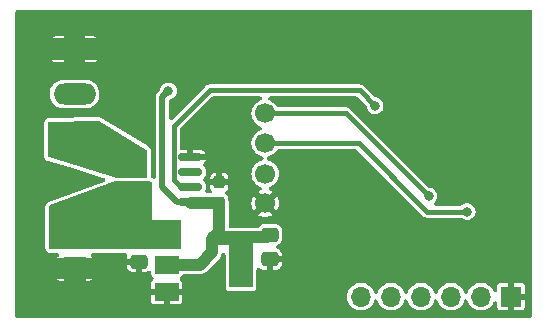
<source format=gbr>
%TF.GenerationSoftware,KiCad,Pcbnew,7.0.10*%
%TF.CreationDate,2024-01-07T15:48:42-05:00*%
%TF.ProjectId,ESP8266_Count,45535038-3236-4365-9f43-6f756e742e6b,v1*%
%TF.SameCoordinates,Original*%
%TF.FileFunction,Copper,L2,Bot*%
%TF.FilePolarity,Positive*%
%FSLAX46Y46*%
G04 Gerber Fmt 4.6, Leading zero omitted, Abs format (unit mm)*
G04 Created by KiCad (PCBNEW 7.0.10) date 2024-01-07 15:48:42*
%MOMM*%
%LPD*%
G01*
G04 APERTURE LIST*
G04 Aperture macros list*
%AMRoundRect*
0 Rectangle with rounded corners*
0 $1 Rounding radius*
0 $2 $3 $4 $5 $6 $7 $8 $9 X,Y pos of 4 corners*
0 Add a 4 corners polygon primitive as box body*
4,1,4,$2,$3,$4,$5,$6,$7,$8,$9,$2,$3,0*
0 Add four circle primitives for the rounded corners*
1,1,$1+$1,$2,$3*
1,1,$1+$1,$4,$5*
1,1,$1+$1,$6,$7*
1,1,$1+$1,$8,$9*
0 Add four rect primitives between the rounded corners*
20,1,$1+$1,$2,$3,$4,$5,0*
20,1,$1+$1,$4,$5,$6,$7,0*
20,1,$1+$1,$6,$7,$8,$9,0*
20,1,$1+$1,$8,$9,$2,$3,0*%
G04 Aperture macros list end*
%TA.AperFunction,ComponentPad*%
%ADD10O,1.700000X1.700000*%
%TD*%
%TA.AperFunction,ComponentPad*%
%ADD11R,1.700000X1.700000*%
%TD*%
%TA.AperFunction,ComponentPad*%
%ADD12RoundRect,0.250000X-1.550000X0.650000X-1.550000X-0.650000X1.550000X-0.650000X1.550000X0.650000X0*%
%TD*%
%TA.AperFunction,ComponentPad*%
%ADD13O,3.600000X1.800000*%
%TD*%
%TA.AperFunction,ComponentPad*%
%ADD14C,1.700000*%
%TD*%
%TA.AperFunction,SMDPad,CuDef*%
%ADD15R,2.000000X1.500000*%
%TD*%
%TA.AperFunction,SMDPad,CuDef*%
%ADD16R,2.000000X3.800000*%
%TD*%
%TA.AperFunction,SMDPad,CuDef*%
%ADD17RoundRect,0.250000X-0.475000X0.337500X-0.475000X-0.337500X0.475000X-0.337500X0.475000X0.337500X0*%
%TD*%
%TA.AperFunction,SMDPad,CuDef*%
%ADD18RoundRect,0.237500X0.237500X-0.300000X0.237500X0.300000X-0.237500X0.300000X-0.237500X-0.300000X0*%
%TD*%
%TA.AperFunction,SMDPad,CuDef*%
%ADD19RoundRect,0.150000X-0.825000X-0.150000X0.825000X-0.150000X0.825000X0.150000X-0.825000X0.150000X0*%
%TD*%
%TA.AperFunction,ViaPad*%
%ADD20C,0.800000*%
%TD*%
%TA.AperFunction,Conductor*%
%ADD21C,0.400000*%
%TD*%
%TA.AperFunction,Conductor*%
%ADD22C,1.000000*%
%TD*%
%TA.AperFunction,Conductor*%
%ADD23C,0.500000*%
%TD*%
G04 APERTURE END LIST*
D10*
%TO.P,J1,6,Pin_6*%
%TO.N,GPIO0*%
X139200000Y-83200000D03*
%TO.P,J1,5,Pin_5*%
%TO.N,RST*%
X141740000Y-83200000D03*
%TO.P,J1,4,Pin_4*%
%TO.N,+3.3V*%
X144280000Y-83200000D03*
%TO.P,J1,3,Pin_3*%
%TO.N,RXD*%
X146820000Y-83200000D03*
%TO.P,J1,2,Pin_2*%
%TO.N,TXD*%
X149360000Y-83200000D03*
D11*
%TO.P,J1,1,Pin_1*%
%TO.N,GND*%
X151900000Y-83200000D03*
%TD*%
D12*
%TO.P,J2,1,Pin_1*%
%TO.N,GND*%
X114957500Y-62250000D03*
D13*
%TO.P,J2,2,Pin_2*%
%TO.N,/DOUT1*%
X114957500Y-66060000D03*
%TO.P,J2,3,Pin_3*%
%TO.N,VOUT1*%
X114957500Y-69870000D03*
%TD*%
D14*
%TO.P,J3,4,Pin_4*%
%TO.N,GND*%
X131100000Y-75300000D03*
%TO.P,J3,3,Pin_3*%
%TO.N,+3.3V*%
X131100000Y-72800000D03*
%TO.P,J3,2,Pin_2*%
%TO.N,I2C_SCL*%
X131100000Y-70200000D03*
%TO.P,J3,1,Pin_1*%
%TO.N,I2C_SDA*%
X131100000Y-67700000D03*
%TD*%
D12*
%TO.P,TB1,1,P1*%
%TO.N,VIN1*%
X115000000Y-77000000D03*
D13*
%TO.P,TB1,2,P2*%
%TO.N,GND*%
X115000000Y-80810000D03*
%TD*%
D15*
%TO.P,U2,3,VI*%
%TO.N,VIN1*%
X122750000Y-78200000D03*
D16*
%TO.P,U2,2,VO*%
%TO.N,+5V*%
X129050000Y-80500000D03*
D15*
X122750000Y-80500000D03*
%TO.P,U2,1,GND*%
%TO.N,GND*%
X122750000Y-82800000D03*
%TD*%
D17*
%TO.P,C2,1*%
%TO.N,VIN1*%
X120400000Y-78162500D03*
%TO.P,C2,2*%
%TO.N,GND*%
X120400000Y-80237500D03*
%TD*%
%TO.P,C3,1*%
%TO.N,+5V*%
X131500000Y-77962500D03*
%TO.P,C3,2*%
%TO.N,GND*%
X131500000Y-80037500D03*
%TD*%
D18*
%TO.P,C6,1*%
%TO.N,+5V*%
X127200000Y-75262500D03*
%TO.P,C6,2*%
%TO.N,GND*%
X127200000Y-73537500D03*
%TD*%
D19*
%TO.P,U5,1,IP+*%
%TO.N,VIN1*%
X119825000Y-75205000D03*
%TO.P,U5,2,IP+*%
X119825000Y-73935000D03*
%TO.P,U5,3,IP-*%
%TO.N,VOUT1*%
X119825000Y-72665000D03*
%TO.P,U5,4,IP-*%
X119825000Y-71395000D03*
%TO.P,U5,5,GND*%
%TO.N,GND*%
X124775000Y-71395000D03*
%TO.P,U5,6,NC*%
%TO.N,unconnected-(U5-Pad6)*%
X124775000Y-72665000D03*
%TO.P,U5,7,VOUT*%
%TO.N,IN1*%
X124775000Y-73935000D03*
%TO.P,U5,8,VCC*%
%TO.N,+5V*%
X124775000Y-75205000D03*
%TD*%
D20*
%TO.N,IN1*%
X140400000Y-67050000D03*
%TO.N,GND*%
X120550000Y-60000000D03*
X125400000Y-62550000D03*
X126200000Y-64200000D03*
X124800000Y-65600000D03*
X139250000Y-76750000D03*
X125050000Y-83100000D03*
X124800000Y-69600000D03*
X131900000Y-84250000D03*
X118850000Y-80300000D03*
X136900000Y-79000000D03*
X128140332Y-69290332D03*
X120300000Y-67850000D03*
X137000000Y-62200000D03*
X120500000Y-62100000D03*
X120700000Y-83150000D03*
X126500000Y-83100000D03*
X120600000Y-84050000D03*
X120400000Y-81700000D03*
X133650000Y-62200000D03*
X133500000Y-63700000D03*
X135100000Y-82300000D03*
X119850000Y-64700000D03*
X130850000Y-61300000D03*
%TO.N,+5V*%
X126600000Y-78300000D03*
X122900000Y-65800000D03*
X126600000Y-79450000D03*
X129050000Y-78200000D03*
%TO.N,I2C_SDA*%
X144949998Y-74700000D03*
%TO.N,I2C_SCL*%
X148200000Y-76000000D03*
%TD*%
D21*
%TO.N,IN1*%
X123350000Y-68800000D02*
X123350000Y-73300000D01*
X123985000Y-73935000D02*
X124775000Y-73935000D01*
X126400000Y-65750000D02*
X123350000Y-68800000D01*
X140400000Y-67050000D02*
X139100000Y-65750000D01*
X123350000Y-73300000D02*
X123985000Y-73935000D01*
X139100000Y-65750000D02*
X126400000Y-65750000D01*
D22*
%TO.N,+5V*%
X127200000Y-75262500D02*
X124832500Y-75262500D01*
D23*
X122900000Y-65800000D02*
X122400499Y-66299501D01*
X122400499Y-66299501D02*
X122400499Y-73950499D01*
D22*
X127200000Y-75262500D02*
X127200000Y-77700000D01*
X122750000Y-80500000D02*
X125550000Y-80500000D01*
D23*
X122400499Y-73950499D02*
X123655000Y-75205000D01*
D22*
X131500000Y-77962500D02*
X131262500Y-78200000D01*
X131262500Y-78200000D02*
X126700000Y-78200000D01*
X127200000Y-77700000D02*
X126600000Y-78300000D01*
D23*
X123655000Y-75205000D02*
X124775000Y-75205000D01*
D22*
X129050000Y-78350000D02*
X129050000Y-80500000D01*
X126600000Y-78300000D02*
X129000000Y-78300000D01*
X126600000Y-79450000D02*
X126600000Y-78300000D01*
X125550000Y-80500000D02*
X126600000Y-79450000D01*
X129000000Y-78300000D02*
X129050000Y-78350000D01*
X126700000Y-78200000D02*
X126600000Y-78300000D01*
D21*
%TO.N,I2C_SDA*%
X131100000Y-67700000D02*
X137950000Y-67700000D01*
X137950000Y-67700000D02*
X144949998Y-74700000D01*
%TO.N,I2C_SCL*%
X139000000Y-70200000D02*
X131100000Y-70200000D01*
X144800000Y-76000000D02*
X139000000Y-70200000D01*
X148200000Y-76000000D02*
X144800000Y-76000000D01*
%TD*%
%TA.AperFunction,Conductor*%
%TO.N,GND*%
G36*
X153605291Y-58920660D02*
G01*
X153668345Y-58976521D01*
X153698217Y-59055286D01*
X153699500Y-59076500D01*
X153699500Y-84823500D01*
X153679340Y-84905291D01*
X153623479Y-84968345D01*
X153544714Y-84998217D01*
X153523500Y-84999500D01*
X110126500Y-84999500D01*
X110044709Y-84979340D01*
X109981655Y-84923479D01*
X109951783Y-84844714D01*
X109950500Y-84823500D01*
X109950500Y-83054000D01*
X121442000Y-83054000D01*
X121442000Y-83595987D01*
X121444986Y-83621731D01*
X121444989Y-83621742D01*
X121491496Y-83727073D01*
X121491498Y-83727076D01*
X121572924Y-83808502D01*
X121572926Y-83808503D01*
X121678257Y-83855010D01*
X121678268Y-83855013D01*
X121704013Y-83858000D01*
X122496000Y-83858000D01*
X122496000Y-83054000D01*
X123004000Y-83054000D01*
X123004000Y-83858000D01*
X123795987Y-83858000D01*
X123821731Y-83855013D01*
X123821742Y-83855010D01*
X123927073Y-83808503D01*
X123927076Y-83808502D01*
X124008502Y-83727076D01*
X124008503Y-83727073D01*
X124055010Y-83621742D01*
X124055013Y-83621731D01*
X124058000Y-83595987D01*
X124058000Y-83200002D01*
X138036537Y-83200002D01*
X138056347Y-83413784D01*
X138056348Y-83413789D01*
X138115103Y-83620292D01*
X138210803Y-83812482D01*
X138210808Y-83812490D01*
X138340186Y-83983816D01*
X138340189Y-83983820D01*
X138498856Y-84128464D01*
X138681395Y-84241486D01*
X138681402Y-84241490D01*
X138739588Y-84264031D01*
X138881603Y-84319049D01*
X138881605Y-84319049D01*
X138881607Y-84319050D01*
X139049226Y-84350382D01*
X139092649Y-84358500D01*
X139092654Y-84358500D01*
X139307346Y-84358500D01*
X139307351Y-84358500D01*
X139518397Y-84319049D01*
X139718600Y-84241489D01*
X139901143Y-84128464D01*
X140059810Y-83983820D01*
X140189196Y-83812484D01*
X140284897Y-83620291D01*
X140300719Y-83564681D01*
X140342492Y-83491530D01*
X140413476Y-83446170D01*
X140497409Y-83438993D01*
X140575063Y-83471645D01*
X140628648Y-83536643D01*
X140639281Y-83564682D01*
X140655102Y-83620290D01*
X140655103Y-83620291D01*
X140750803Y-83812482D01*
X140750808Y-83812490D01*
X140880186Y-83983816D01*
X140880189Y-83983820D01*
X141038856Y-84128464D01*
X141221395Y-84241486D01*
X141221402Y-84241490D01*
X141279588Y-84264031D01*
X141421603Y-84319049D01*
X141421605Y-84319049D01*
X141421607Y-84319050D01*
X141589226Y-84350382D01*
X141632649Y-84358500D01*
X141632654Y-84358500D01*
X141847346Y-84358500D01*
X141847351Y-84358500D01*
X142058397Y-84319049D01*
X142258600Y-84241489D01*
X142441143Y-84128464D01*
X142599810Y-83983820D01*
X142729196Y-83812484D01*
X142824897Y-83620291D01*
X142840719Y-83564681D01*
X142882492Y-83491530D01*
X142953476Y-83446170D01*
X143037409Y-83438993D01*
X143115063Y-83471645D01*
X143168648Y-83536643D01*
X143179281Y-83564682D01*
X143195102Y-83620290D01*
X143195103Y-83620291D01*
X143290803Y-83812482D01*
X143290808Y-83812490D01*
X143420186Y-83983816D01*
X143420189Y-83983820D01*
X143578856Y-84128464D01*
X143761395Y-84241486D01*
X143761402Y-84241490D01*
X143819588Y-84264031D01*
X143961603Y-84319049D01*
X143961605Y-84319049D01*
X143961607Y-84319050D01*
X144129226Y-84350382D01*
X144172649Y-84358500D01*
X144172654Y-84358500D01*
X144387346Y-84358500D01*
X144387351Y-84358500D01*
X144598397Y-84319049D01*
X144798600Y-84241489D01*
X144981143Y-84128464D01*
X145139810Y-83983820D01*
X145269196Y-83812484D01*
X145364897Y-83620291D01*
X145380719Y-83564681D01*
X145422492Y-83491530D01*
X145493476Y-83446170D01*
X145577409Y-83438993D01*
X145655063Y-83471645D01*
X145708648Y-83536643D01*
X145719281Y-83564682D01*
X145735102Y-83620290D01*
X145735103Y-83620291D01*
X145830803Y-83812482D01*
X145830808Y-83812490D01*
X145960186Y-83983816D01*
X145960189Y-83983820D01*
X146118856Y-84128464D01*
X146301395Y-84241486D01*
X146301402Y-84241490D01*
X146359588Y-84264031D01*
X146501603Y-84319049D01*
X146501605Y-84319049D01*
X146501607Y-84319050D01*
X146669226Y-84350382D01*
X146712649Y-84358500D01*
X146712654Y-84358500D01*
X146927346Y-84358500D01*
X146927351Y-84358500D01*
X147138397Y-84319049D01*
X147338600Y-84241489D01*
X147521143Y-84128464D01*
X147679810Y-83983820D01*
X147809196Y-83812484D01*
X147904897Y-83620291D01*
X147920719Y-83564681D01*
X147962492Y-83491530D01*
X148033476Y-83446170D01*
X148117409Y-83438993D01*
X148195063Y-83471645D01*
X148248648Y-83536643D01*
X148259281Y-83564682D01*
X148275102Y-83620290D01*
X148275103Y-83620291D01*
X148370803Y-83812482D01*
X148370808Y-83812490D01*
X148500186Y-83983816D01*
X148500189Y-83983820D01*
X148658856Y-84128464D01*
X148841395Y-84241486D01*
X148841402Y-84241490D01*
X148899588Y-84264031D01*
X149041603Y-84319049D01*
X149041605Y-84319049D01*
X149041607Y-84319050D01*
X149209226Y-84350382D01*
X149252649Y-84358500D01*
X149252654Y-84358500D01*
X149467346Y-84358500D01*
X149467351Y-84358500D01*
X149678397Y-84319049D01*
X149878600Y-84241489D01*
X150061143Y-84128464D01*
X150219810Y-83983820D01*
X150349196Y-83812484D01*
X150408451Y-83693483D01*
X150462955Y-83629253D01*
X150541065Y-83597709D01*
X150624888Y-83606078D01*
X150695220Y-83652442D01*
X150735949Y-83726181D01*
X150742000Y-83771934D01*
X150742000Y-84095987D01*
X150744986Y-84121731D01*
X150744989Y-84121742D01*
X150791496Y-84227073D01*
X150791498Y-84227076D01*
X150872924Y-84308502D01*
X150872926Y-84308503D01*
X150978257Y-84355010D01*
X150978268Y-84355013D01*
X151004013Y-84358000D01*
X151646000Y-84358000D01*
X151646000Y-83633674D01*
X151757685Y-83684680D01*
X151864237Y-83700000D01*
X151935763Y-83700000D01*
X152042315Y-83684680D01*
X152154000Y-83633674D01*
X152154000Y-84358000D01*
X152795987Y-84358000D01*
X152821731Y-84355013D01*
X152821742Y-84355010D01*
X152927073Y-84308503D01*
X152927076Y-84308502D01*
X153008502Y-84227076D01*
X153008503Y-84227073D01*
X153055010Y-84121742D01*
X153055013Y-84121731D01*
X153058000Y-84095987D01*
X153058000Y-83454000D01*
X152331116Y-83454000D01*
X152359493Y-83409844D01*
X152400000Y-83271889D01*
X152400000Y-83128111D01*
X152359493Y-82990156D01*
X152331116Y-82946000D01*
X153058000Y-82946000D01*
X153058000Y-82304012D01*
X153055013Y-82278268D01*
X153055010Y-82278257D01*
X153008503Y-82172926D01*
X153008502Y-82172924D01*
X152927076Y-82091498D01*
X152927073Y-82091496D01*
X152821742Y-82044989D01*
X152821731Y-82044986D01*
X152795987Y-82042000D01*
X152154000Y-82042000D01*
X152154000Y-82766325D01*
X152042315Y-82715320D01*
X151935763Y-82700000D01*
X151864237Y-82700000D01*
X151757685Y-82715320D01*
X151646000Y-82766325D01*
X151646000Y-82042000D01*
X151004013Y-82042000D01*
X150978268Y-82044986D01*
X150978257Y-82044989D01*
X150872926Y-82091496D01*
X150791496Y-82172926D01*
X150744989Y-82278257D01*
X150744986Y-82278268D01*
X150742000Y-82304012D01*
X150742000Y-82628065D01*
X150721840Y-82709856D01*
X150665979Y-82772910D01*
X150587214Y-82802782D01*
X150503590Y-82792628D01*
X150434262Y-82744775D01*
X150408452Y-82706515D01*
X150349201Y-82587525D01*
X150349196Y-82587517D01*
X150349196Y-82587516D01*
X150349191Y-82587509D01*
X150219813Y-82416183D01*
X150219810Y-82416179D01*
X150061143Y-82271535D01*
X149878604Y-82158513D01*
X149878597Y-82158509D01*
X149678392Y-82080949D01*
X149467355Y-82041500D01*
X149467351Y-82041500D01*
X149252649Y-82041500D01*
X149252644Y-82041500D01*
X149041607Y-82080949D01*
X148841402Y-82158509D01*
X148841395Y-82158513D01*
X148658857Y-82271535D01*
X148658856Y-82271535D01*
X148500189Y-82416179D01*
X148500186Y-82416183D01*
X148370808Y-82587509D01*
X148370803Y-82587517D01*
X148275103Y-82779707D01*
X148259281Y-82835318D01*
X148217508Y-82908470D01*
X148146524Y-82953830D01*
X148062591Y-82961006D01*
X147984937Y-82928354D01*
X147931352Y-82863355D01*
X147920719Y-82835318D01*
X147911462Y-82802782D01*
X147904897Y-82779709D01*
X147809196Y-82587516D01*
X147809191Y-82587509D01*
X147679813Y-82416183D01*
X147679810Y-82416179D01*
X147521143Y-82271535D01*
X147338604Y-82158513D01*
X147338597Y-82158509D01*
X147138392Y-82080949D01*
X146927355Y-82041500D01*
X146927351Y-82041500D01*
X146712649Y-82041500D01*
X146712644Y-82041500D01*
X146501607Y-82080949D01*
X146301402Y-82158509D01*
X146301395Y-82158513D01*
X146118857Y-82271535D01*
X146118856Y-82271535D01*
X145960189Y-82416179D01*
X145960186Y-82416183D01*
X145830808Y-82587509D01*
X145830803Y-82587517D01*
X145735103Y-82779707D01*
X145719281Y-82835318D01*
X145677508Y-82908470D01*
X145606524Y-82953830D01*
X145522591Y-82961006D01*
X145444937Y-82928354D01*
X145391352Y-82863355D01*
X145380719Y-82835318D01*
X145371462Y-82802782D01*
X145364897Y-82779709D01*
X145269196Y-82587516D01*
X145269191Y-82587509D01*
X145139813Y-82416183D01*
X145139810Y-82416179D01*
X144981143Y-82271535D01*
X144798604Y-82158513D01*
X144798597Y-82158509D01*
X144598392Y-82080949D01*
X144387355Y-82041500D01*
X144387351Y-82041500D01*
X144172649Y-82041500D01*
X144172644Y-82041500D01*
X143961607Y-82080949D01*
X143761402Y-82158509D01*
X143761395Y-82158513D01*
X143578857Y-82271535D01*
X143578856Y-82271535D01*
X143420189Y-82416179D01*
X143420186Y-82416183D01*
X143290808Y-82587509D01*
X143290803Y-82587517D01*
X143195103Y-82779707D01*
X143179281Y-82835318D01*
X143137508Y-82908470D01*
X143066524Y-82953830D01*
X142982591Y-82961006D01*
X142904937Y-82928354D01*
X142851352Y-82863355D01*
X142840719Y-82835318D01*
X142831462Y-82802782D01*
X142824897Y-82779709D01*
X142729196Y-82587516D01*
X142729191Y-82587509D01*
X142599813Y-82416183D01*
X142599810Y-82416179D01*
X142441143Y-82271535D01*
X142258604Y-82158513D01*
X142258597Y-82158509D01*
X142058392Y-82080949D01*
X141847355Y-82041500D01*
X141847351Y-82041500D01*
X141632649Y-82041500D01*
X141632644Y-82041500D01*
X141421607Y-82080949D01*
X141221402Y-82158509D01*
X141221395Y-82158513D01*
X141038857Y-82271535D01*
X141038856Y-82271535D01*
X140880189Y-82416179D01*
X140880186Y-82416183D01*
X140750808Y-82587509D01*
X140750803Y-82587517D01*
X140655103Y-82779707D01*
X140639281Y-82835318D01*
X140597508Y-82908470D01*
X140526524Y-82953830D01*
X140442591Y-82961006D01*
X140364937Y-82928354D01*
X140311352Y-82863355D01*
X140300719Y-82835318D01*
X140291462Y-82802782D01*
X140284897Y-82779709D01*
X140189196Y-82587516D01*
X140189191Y-82587509D01*
X140059813Y-82416183D01*
X140059810Y-82416179D01*
X139901143Y-82271535D01*
X139718604Y-82158513D01*
X139718597Y-82158509D01*
X139518392Y-82080949D01*
X139307355Y-82041500D01*
X139307351Y-82041500D01*
X139092649Y-82041500D01*
X139092644Y-82041500D01*
X138881607Y-82080949D01*
X138681402Y-82158509D01*
X138681395Y-82158513D01*
X138498857Y-82271535D01*
X138498856Y-82271535D01*
X138340189Y-82416179D01*
X138340186Y-82416183D01*
X138210808Y-82587509D01*
X138210803Y-82587517D01*
X138115103Y-82779707D01*
X138056348Y-82986210D01*
X138056347Y-82986215D01*
X138036537Y-83199997D01*
X138036537Y-83200002D01*
X124058000Y-83200002D01*
X124058000Y-83054000D01*
X123004000Y-83054000D01*
X122496000Y-83054000D01*
X121442000Y-83054000D01*
X109950500Y-83054000D01*
X109950500Y-81710000D01*
X113465805Y-81710000D01*
X113593660Y-81792167D01*
X113788683Y-81870243D01*
X113994966Y-81910000D01*
X114100000Y-81910000D01*
X114100000Y-81710000D01*
X115900000Y-81710000D01*
X115900000Y-81910000D01*
X115952401Y-81910000D01*
X116109123Y-81895034D01*
X116310690Y-81835849D01*
X116497413Y-81739587D01*
X116535035Y-81710000D01*
X115900000Y-81710000D01*
X114100000Y-81710000D01*
X113465805Y-81710000D01*
X109950500Y-81710000D01*
X109950500Y-80810000D01*
X114394823Y-80810000D01*
X114415444Y-80966631D01*
X114475901Y-81112588D01*
X114572075Y-81237925D01*
X114697412Y-81334099D01*
X114843369Y-81394556D01*
X114960677Y-81410000D01*
X115039323Y-81410000D01*
X115156631Y-81394556D01*
X115302588Y-81334099D01*
X115427925Y-81237925D01*
X115524099Y-81112589D01*
X115584556Y-80966631D01*
X115605177Y-80810000D01*
X115584556Y-80653369D01*
X115524099Y-80507412D01*
X115511889Y-80491500D01*
X119367001Y-80491500D01*
X119367001Y-80618680D01*
X119377770Y-80708359D01*
X119377770Y-80708360D01*
X119434040Y-80851052D01*
X119434039Y-80851052D01*
X119526722Y-80973271D01*
X119526728Y-80973277D01*
X119648947Y-81065960D01*
X119791642Y-81122231D01*
X119881311Y-81132999D01*
X120146000Y-81132999D01*
X120146000Y-80491500D01*
X119367001Y-80491500D01*
X115511889Y-80491500D01*
X115427925Y-80382075D01*
X115302588Y-80285901D01*
X115156631Y-80225444D01*
X115039323Y-80210000D01*
X114960677Y-80210000D01*
X114843369Y-80225444D01*
X114697412Y-80285901D01*
X114572075Y-80382075D01*
X114475901Y-80507411D01*
X114415444Y-80653369D01*
X114394823Y-80810000D01*
X109950500Y-80810000D01*
X109950500Y-71305946D01*
X112386500Y-71305946D01*
X112387268Y-71327877D01*
X112388503Y-71345476D01*
X112388504Y-71345484D01*
X112415703Y-71452974D01*
X112415705Y-71452979D01*
X112415706Y-71452982D01*
X112445021Y-71517644D01*
X112476728Y-71572201D01*
X112560337Y-71651466D01*
X112619958Y-71690013D01*
X112701022Y-71727302D01*
X112701026Y-71727303D01*
X112701031Y-71727305D01*
X115066062Y-72428797D01*
X117404738Y-73122472D01*
X117435196Y-73131506D01*
X117507878Y-73174092D01*
X117552444Y-73245577D01*
X117558684Y-73329585D01*
X117525170Y-73406870D01*
X117459578Y-73459727D01*
X117445650Y-73465514D01*
X112774916Y-75175337D01*
X112763622Y-75179720D01*
X112754575Y-75183435D01*
X112668359Y-75236510D01*
X112668356Y-75236512D01*
X112614712Y-75282994D01*
X112571419Y-75328911D01*
X112519199Y-75431612D01*
X112499200Y-75499720D01*
X112497192Y-75513689D01*
X112486500Y-75588052D01*
X112486500Y-79074000D01*
X112489993Y-79106497D01*
X112493663Y-79140635D01*
X112493664Y-79140641D01*
X112505049Y-79192976D01*
X112505053Y-79192991D01*
X112516294Y-79232188D01*
X112574459Y-79331642D01*
X112598082Y-79358904D01*
X112620951Y-79385296D01*
X112666859Y-79428581D01*
X112769556Y-79480799D01*
X112778820Y-79483519D01*
X112837669Y-79500799D01*
X112837672Y-79500799D01*
X112837677Y-79500801D01*
X112926000Y-79513500D01*
X113488816Y-79513500D01*
X113570607Y-79533660D01*
X113633661Y-79589521D01*
X113663533Y-79668286D01*
X113653379Y-79751910D01*
X113605526Y-79821238D01*
X113569464Y-79845935D01*
X113502586Y-79880412D01*
X113464964Y-79909999D01*
X113464965Y-79910000D01*
X116534195Y-79910000D01*
X116421478Y-79837561D01*
X116363570Y-79776382D01*
X116340727Y-79695299D01*
X116358180Y-79612888D01*
X116411934Y-79548028D01*
X116489671Y-79515577D01*
X116516631Y-79513500D01*
X119218999Y-79513500D01*
X119300790Y-79533660D01*
X119363844Y-79589521D01*
X119393716Y-79668286D01*
X119383562Y-79751910D01*
X119382729Y-79754065D01*
X119377768Y-79766644D01*
X119367000Y-79856311D01*
X119367000Y-79983500D01*
X120478000Y-79983500D01*
X120559791Y-80003660D01*
X120622845Y-80059521D01*
X120652717Y-80138286D01*
X120654000Y-80159500D01*
X120654000Y-81132999D01*
X120918680Y-81132999D01*
X121008359Y-81122229D01*
X121008360Y-81122229D01*
X121151049Y-81065960D01*
X121159153Y-81059816D01*
X121236506Y-81026458D01*
X121320501Y-81032868D01*
X121391896Y-81077578D01*
X121434335Y-81150346D01*
X121441500Y-81200053D01*
X121441500Y-81296064D01*
X121442943Y-81308499D01*
X121444492Y-81321855D01*
X121491079Y-81427365D01*
X121584167Y-81520453D01*
X121582366Y-81522253D01*
X121623153Y-81567962D01*
X121643604Y-81649681D01*
X121623736Y-81731544D01*
X121582693Y-81778205D01*
X121584455Y-81779967D01*
X121491496Y-81872926D01*
X121444989Y-81978257D01*
X121444986Y-81978268D01*
X121442000Y-82004012D01*
X121442000Y-82546000D01*
X124058000Y-82546000D01*
X124058000Y-82004012D01*
X124055013Y-81978268D01*
X124055010Y-81978257D01*
X124008503Y-81872926D01*
X124008502Y-81872924D01*
X123915545Y-81779967D01*
X123917403Y-81778108D01*
X123876842Y-81732646D01*
X123856395Y-81650925D01*
X123876268Y-81569064D01*
X123917533Y-81522153D01*
X123915833Y-81520453D01*
X123927365Y-81508921D01*
X124008921Y-81427365D01*
X124015083Y-81413407D01*
X124066561Y-81346731D01*
X124143131Y-81311613D01*
X124176086Y-81308500D01*
X125641094Y-81308500D01*
X125641097Y-81308500D01*
X125676012Y-81300529D01*
X125695455Y-81297226D01*
X125731047Y-81293217D01*
X125764865Y-81281383D01*
X125783802Y-81275928D01*
X125818720Y-81267959D01*
X125850977Y-81252423D01*
X125869221Y-81244867D01*
X125903015Y-81233043D01*
X125933340Y-81213987D01*
X125950596Y-81204450D01*
X125982870Y-81188909D01*
X126010866Y-81166581D01*
X126026950Y-81155167D01*
X126057281Y-81136111D01*
X126186111Y-81007281D01*
X127203803Y-79989589D01*
X127236111Y-79957281D01*
X127255167Y-79926950D01*
X127266577Y-79910871D01*
X127288909Y-79882870D01*
X127304453Y-79850590D01*
X127313984Y-79833346D01*
X127333043Y-79803015D01*
X127344870Y-79769214D01*
X127352420Y-79750987D01*
X127367959Y-79718721D01*
X127375928Y-79683800D01*
X127381386Y-79664854D01*
X127393217Y-79631047D01*
X127393218Y-79631042D01*
X127393912Y-79628003D01*
X127395128Y-79625585D01*
X127396484Y-79621711D01*
X127396988Y-79621887D01*
X127431765Y-79552747D01*
X127500255Y-79503703D01*
X127583692Y-79492106D01*
X127662961Y-79520612D01*
X127719904Y-79582691D01*
X127741474Y-79664122D01*
X127741500Y-79667163D01*
X127741500Y-82446064D01*
X127744492Y-82471855D01*
X127791079Y-82577365D01*
X127872635Y-82658921D01*
X127978145Y-82705508D01*
X128003936Y-82708500D01*
X128003941Y-82708500D01*
X130096059Y-82708500D01*
X130096064Y-82708500D01*
X130121855Y-82705508D01*
X130227365Y-82658921D01*
X130308921Y-82577365D01*
X130355508Y-82471855D01*
X130358500Y-82446064D01*
X130358500Y-80924220D01*
X130378660Y-80842429D01*
X130434521Y-80779375D01*
X130513286Y-80749503D01*
X130596910Y-80759657D01*
X130640846Y-80783983D01*
X130748948Y-80865960D01*
X130748947Y-80865960D01*
X130891642Y-80922231D01*
X130981311Y-80932999D01*
X131246000Y-80932999D01*
X131246000Y-80291500D01*
X131754000Y-80291500D01*
X131754000Y-80932999D01*
X132018680Y-80932999D01*
X132108359Y-80922229D01*
X132108360Y-80922229D01*
X132251052Y-80865960D01*
X132373271Y-80773277D01*
X132373277Y-80773271D01*
X132465960Y-80651052D01*
X132522231Y-80508357D01*
X132532999Y-80418688D01*
X132533000Y-80418688D01*
X132533000Y-80291500D01*
X131754000Y-80291500D01*
X131246000Y-80291500D01*
X131246000Y-79959500D01*
X131266160Y-79877709D01*
X131322021Y-79814655D01*
X131400786Y-79784783D01*
X131422000Y-79783500D01*
X132532999Y-79783500D01*
X132532999Y-79656319D01*
X132522229Y-79566640D01*
X132522229Y-79566639D01*
X132465959Y-79423947D01*
X132465960Y-79423947D01*
X132373277Y-79301728D01*
X132373271Y-79301722D01*
X132251053Y-79209040D01*
X132136831Y-79163997D01*
X132068138Y-79115237D01*
X132029974Y-79040139D01*
X132031080Y-78955907D01*
X132071205Y-78881838D01*
X132136829Y-78836540D01*
X132251300Y-78791399D01*
X132373632Y-78698632D01*
X132466399Y-78576300D01*
X132522722Y-78433476D01*
X132533499Y-78343732D01*
X132533500Y-78343731D01*
X132533500Y-77581269D01*
X132533499Y-77581266D01*
X132522722Y-77491525D01*
X132522722Y-77491524D01*
X132466399Y-77348700D01*
X132441207Y-77315479D01*
X132373634Y-77226370D01*
X132373629Y-77226365D01*
X132251302Y-77133602D01*
X132251300Y-77133601D01*
X132179888Y-77105439D01*
X132108474Y-77077277D01*
X132018733Y-77066500D01*
X132018726Y-77066500D01*
X130981274Y-77066500D01*
X130981266Y-77066500D01*
X130891525Y-77077277D01*
X130748697Y-77133602D01*
X130626370Y-77226365D01*
X130626368Y-77226367D01*
X130553965Y-77321846D01*
X130488480Y-77374836D01*
X130413727Y-77391500D01*
X128184500Y-77391500D01*
X128102709Y-77371340D01*
X128039655Y-77315479D01*
X128009783Y-77236714D01*
X128008500Y-77215500D01*
X128008500Y-75317786D01*
X128009607Y-75298079D01*
X128013616Y-75262501D01*
X128013616Y-75262495D01*
X127993218Y-75081460D01*
X127993217Y-75081458D01*
X127993217Y-75081453D01*
X127993215Y-75081448D01*
X127991018Y-75071820D01*
X127991638Y-75071678D01*
X127983500Y-75023780D01*
X127983500Y-74919751D01*
X127983499Y-74919748D01*
X127972963Y-74832011D01*
X127917901Y-74692384D01*
X127914410Y-74687781D01*
X127827212Y-74572793D01*
X127827210Y-74572790D01*
X127783867Y-74539922D01*
X127730878Y-74474438D01*
X127714391Y-74391828D01*
X127738182Y-74311018D01*
X127783870Y-74259448D01*
X127826851Y-74226854D01*
X127826852Y-74226853D01*
X127917463Y-74107367D01*
X127917464Y-74107365D01*
X127972472Y-73967872D01*
X127972473Y-73967866D01*
X127982999Y-73880215D01*
X127983000Y-73880215D01*
X127983000Y-73791500D01*
X126417000Y-73791500D01*
X126417000Y-73880215D01*
X126427526Y-73967866D01*
X126427527Y-73967872D01*
X126482535Y-74107365D01*
X126482536Y-74107367D01*
X126531287Y-74171653D01*
X126564645Y-74249005D01*
X126558235Y-74333000D01*
X126513525Y-74404395D01*
X126440758Y-74446835D01*
X126391050Y-74454000D01*
X126204690Y-74454000D01*
X126122899Y-74433840D01*
X126059845Y-74377979D01*
X126029973Y-74299214D01*
X126038566Y-74219873D01*
X126055594Y-74171207D01*
X126055594Y-74171205D01*
X126055595Y-74171203D01*
X126058500Y-74140226D01*
X126058500Y-73729774D01*
X126055595Y-73698797D01*
X126009946Y-73568337D01*
X125927871Y-73457129D01*
X125906841Y-73441608D01*
X125853004Y-73376820D01*
X125835442Y-73294432D01*
X125838506Y-73283500D01*
X126417000Y-73283500D01*
X126946000Y-73283500D01*
X126946000Y-72692000D01*
X127454000Y-72692000D01*
X127454000Y-73283500D01*
X127983000Y-73283500D01*
X127983000Y-73194785D01*
X127982999Y-73194784D01*
X127972473Y-73107133D01*
X127972472Y-73107127D01*
X127917464Y-72967634D01*
X127917463Y-72967632D01*
X127826852Y-72848147D01*
X127707367Y-72757536D01*
X127707365Y-72757535D01*
X127567872Y-72702527D01*
X127567866Y-72702526D01*
X127480215Y-72692000D01*
X127454000Y-72692000D01*
X126946000Y-72692000D01*
X126919785Y-72692000D01*
X126832133Y-72702526D01*
X126832127Y-72702527D01*
X126692634Y-72757535D01*
X126692632Y-72757536D01*
X126573147Y-72848147D01*
X126482536Y-72967632D01*
X126482535Y-72967634D01*
X126427527Y-73107127D01*
X126427526Y-73107133D01*
X126417000Y-73194784D01*
X126417000Y-73283500D01*
X125838506Y-73283500D01*
X125858179Y-73213319D01*
X125906842Y-73158391D01*
X125927871Y-73142871D01*
X126009946Y-73031663D01*
X126055595Y-72901203D01*
X126058500Y-72870226D01*
X126058500Y-72459774D01*
X126055595Y-72428797D01*
X126009946Y-72298337D01*
X125927871Y-72187129D01*
X125906418Y-72171296D01*
X125852581Y-72106506D01*
X125835020Y-72024118D01*
X125857758Y-71943005D01*
X125906424Y-71888076D01*
X125927511Y-71872513D01*
X125927515Y-71872509D01*
X126009494Y-71761431D01*
X126009498Y-71761424D01*
X126048838Y-71649000D01*
X124697000Y-71649000D01*
X124615209Y-71628840D01*
X124552155Y-71572979D01*
X124522283Y-71494214D01*
X124521000Y-71473000D01*
X124521000Y-70787000D01*
X125029000Y-70787000D01*
X125029000Y-71141000D01*
X126048838Y-71141000D01*
X126048838Y-71140999D01*
X126009498Y-71028575D01*
X126009494Y-71028568D01*
X125927515Y-70917490D01*
X125927509Y-70917484D01*
X125816430Y-70835503D01*
X125816427Y-70835502D01*
X125686111Y-70789902D01*
X125655162Y-70787000D01*
X125029000Y-70787000D01*
X124521000Y-70787000D01*
X124034500Y-70787000D01*
X123952709Y-70766840D01*
X123889655Y-70710979D01*
X123859783Y-70632214D01*
X123858500Y-70611000D01*
X123858500Y-69083530D01*
X123878660Y-69001739D01*
X123910049Y-68959079D01*
X126559079Y-66310049D01*
X126631169Y-66266469D01*
X126683530Y-66258500D01*
X130672430Y-66258500D01*
X130754221Y-66278660D01*
X130817275Y-66334521D01*
X130847147Y-66413286D01*
X130836993Y-66496910D01*
X130789140Y-66566238D01*
X130736008Y-66598615D01*
X130581405Y-66658508D01*
X130581395Y-66658513D01*
X130398857Y-66771535D01*
X130398856Y-66771535D01*
X130240189Y-66916179D01*
X130240186Y-66916183D01*
X130110808Y-67087509D01*
X130110803Y-67087517D01*
X130015103Y-67279707D01*
X129956348Y-67486210D01*
X129956347Y-67486215D01*
X129936537Y-67699997D01*
X129936537Y-67700002D01*
X129956347Y-67913784D01*
X129956348Y-67913789D01*
X130015103Y-68120292D01*
X130110803Y-68312482D01*
X130110808Y-68312490D01*
X130240186Y-68483816D01*
X130240189Y-68483820D01*
X130398856Y-68628464D01*
X130581395Y-68741486D01*
X130581402Y-68741490D01*
X130695998Y-68785885D01*
X130764983Y-68834230D01*
X130803600Y-68909096D01*
X130803001Y-68993333D01*
X130763324Y-69067643D01*
X130695998Y-69114115D01*
X130581402Y-69158509D01*
X130581395Y-69158513D01*
X130398857Y-69271535D01*
X130398856Y-69271535D01*
X130240189Y-69416179D01*
X130240186Y-69416183D01*
X130110808Y-69587509D01*
X130110803Y-69587517D01*
X130015103Y-69779707D01*
X129956348Y-69986210D01*
X129956347Y-69986215D01*
X129936537Y-70199997D01*
X129936537Y-70200002D01*
X129956347Y-70413784D01*
X129956348Y-70413789D01*
X130015103Y-70620292D01*
X130110803Y-70812482D01*
X130110808Y-70812490D01*
X130240186Y-70983816D01*
X130240189Y-70983820D01*
X130398856Y-71128464D01*
X130581395Y-71241486D01*
X130581402Y-71241490D01*
X130613896Y-71254078D01*
X130781603Y-71319049D01*
X130819060Y-71326050D01*
X130824121Y-71326997D01*
X130900815Y-71361842D01*
X130952531Y-71428338D01*
X130967421Y-71511251D01*
X130942074Y-71591586D01*
X130882297Y-71650940D01*
X130824121Y-71673003D01*
X130781606Y-71680950D01*
X130581402Y-71758509D01*
X130581395Y-71758513D01*
X130398857Y-71871535D01*
X130398856Y-71871535D01*
X130240189Y-72016179D01*
X130240186Y-72016183D01*
X130110808Y-72187509D01*
X130110803Y-72187517D01*
X130015103Y-72379707D01*
X129956348Y-72586210D01*
X129956347Y-72586215D01*
X129946545Y-72692000D01*
X129936537Y-72800000D01*
X129956347Y-73013786D01*
X129963999Y-73040681D01*
X130015103Y-73220292D01*
X130110803Y-73412482D01*
X130110808Y-73412490D01*
X130240186Y-73583816D01*
X130240189Y-73583820D01*
X130398856Y-73728464D01*
X130581395Y-73841486D01*
X130581402Y-73841490D01*
X130696690Y-73886153D01*
X130765675Y-73934498D01*
X130804292Y-74009364D01*
X130803693Y-74093601D01*
X130764016Y-74167911D01*
X130696690Y-74214383D01*
X130581628Y-74258958D01*
X130581619Y-74258962D01*
X130480673Y-74321463D01*
X130972412Y-74813202D01*
X130957685Y-74815320D01*
X130826900Y-74875048D01*
X130718239Y-74969202D01*
X130640507Y-75090156D01*
X130615638Y-75174849D01*
X130118690Y-74677901D01*
X130111234Y-74687775D01*
X130111227Y-74687786D01*
X130015571Y-74879887D01*
X129956841Y-75086306D01*
X129956840Y-75086310D01*
X129937039Y-75299998D01*
X129937039Y-75300001D01*
X129956840Y-75513689D01*
X129956841Y-75513693D01*
X130015571Y-75720112D01*
X130111230Y-75912218D01*
X130111234Y-75912224D01*
X130118690Y-75922097D01*
X130118691Y-75922097D01*
X130615638Y-75425149D01*
X130640507Y-75509844D01*
X130718239Y-75630798D01*
X130826900Y-75724952D01*
X130957685Y-75784680D01*
X130972412Y-75786797D01*
X130480675Y-76278534D01*
X130581630Y-76341043D01*
X130781742Y-76418566D01*
X130781741Y-76418566D01*
X130992692Y-76457999D01*
X130992700Y-76458000D01*
X131207300Y-76458000D01*
X131207307Y-76457999D01*
X131418257Y-76418566D01*
X131618370Y-76341042D01*
X131618380Y-76341037D01*
X131719324Y-76278535D01*
X131227587Y-75786797D01*
X131242315Y-75784680D01*
X131373100Y-75724952D01*
X131481761Y-75630798D01*
X131559493Y-75509844D01*
X131584361Y-75425150D01*
X132081308Y-75922097D01*
X132088768Y-75912221D01*
X132184428Y-75720110D01*
X132243158Y-75513693D01*
X132243159Y-75513689D01*
X132262961Y-75300001D01*
X132262961Y-75299998D01*
X132243159Y-75086310D01*
X132243158Y-75086306D01*
X132184428Y-74879889D01*
X132088769Y-74687781D01*
X132081307Y-74677901D01*
X131584360Y-75174848D01*
X131559493Y-75090156D01*
X131481761Y-74969202D01*
X131373100Y-74875048D01*
X131242315Y-74815320D01*
X131227585Y-74813202D01*
X131719324Y-74321464D01*
X131618375Y-74258959D01*
X131618368Y-74258956D01*
X131503310Y-74214383D01*
X131434324Y-74166039D01*
X131395707Y-74091172D01*
X131396306Y-74006935D01*
X131435983Y-73932625D01*
X131503310Y-73886153D01*
X131618600Y-73841489D01*
X131801143Y-73728464D01*
X131959810Y-73583820D01*
X132089196Y-73412484D01*
X132184897Y-73220291D01*
X132243653Y-73013786D01*
X132263463Y-72800000D01*
X132243653Y-72586214D01*
X132184897Y-72379709D01*
X132089196Y-72187516D01*
X132088904Y-72187129D01*
X131959813Y-72016183D01*
X131959810Y-72016179D01*
X131801143Y-71871535D01*
X131618604Y-71758513D01*
X131618597Y-71758509D01*
X131418392Y-71680949D01*
X131375879Y-71673003D01*
X131299184Y-71638158D01*
X131247468Y-71571663D01*
X131232578Y-71488750D01*
X131257925Y-71408415D01*
X131317702Y-71349060D01*
X131375879Y-71326997D01*
X131418392Y-71319050D01*
X131418392Y-71319049D01*
X131418397Y-71319049D01*
X131618600Y-71241489D01*
X131801143Y-71128464D01*
X131959810Y-70983820D01*
X132089196Y-70812484D01*
X132092401Y-70806048D01*
X132146906Y-70741818D01*
X132225017Y-70710275D01*
X132249949Y-70708500D01*
X138716470Y-70708500D01*
X138798261Y-70728660D01*
X138840921Y-70760049D01*
X144388399Y-76307526D01*
X144410816Y-76335344D01*
X144411749Y-76336421D01*
X144448529Y-76368291D01*
X144457725Y-76376852D01*
X144466154Y-76385281D01*
X144475686Y-76392416D01*
X144485472Y-76400302D01*
X144522256Y-76432176D01*
X144523468Y-76432955D01*
X144552544Y-76450205D01*
X144553791Y-76450886D01*
X144553792Y-76450886D01*
X144553796Y-76450889D01*
X144599421Y-76467906D01*
X144610978Y-76472693D01*
X144652162Y-76491501D01*
X144655268Y-76492920D01*
X144656657Y-76493328D01*
X144689401Y-76501685D01*
X144690796Y-76501988D01*
X144690797Y-76501988D01*
X144690800Y-76501989D01*
X144739354Y-76505461D01*
X144751836Y-76506803D01*
X144763632Y-76508500D01*
X144775548Y-76508500D01*
X144788102Y-76508947D01*
X144836649Y-76512420D01*
X144836656Y-76512418D01*
X144838080Y-76512317D01*
X144873592Y-76508500D01*
X147638800Y-76508500D01*
X147720591Y-76528660D01*
X147755509Y-76552762D01*
X147794569Y-76587366D01*
X147794574Y-76587370D01*
X147946912Y-76667323D01*
X147946914Y-76667323D01*
X147946917Y-76667325D01*
X148073367Y-76698491D01*
X148113971Y-76708500D01*
X148113972Y-76708500D01*
X148286029Y-76708500D01*
X148318693Y-76700448D01*
X148453083Y-76667325D01*
X148453087Y-76667323D01*
X148605425Y-76587370D01*
X148605425Y-76587369D01*
X148605430Y-76587367D01*
X148734215Y-76473273D01*
X148737927Y-76467895D01*
X148831952Y-76331679D01*
X148831954Y-76331674D01*
X148836038Y-76320906D01*
X148892965Y-76170801D01*
X148913704Y-76000000D01*
X148892965Y-75829199D01*
X148831954Y-75668325D01*
X148831952Y-75668320D01*
X148734220Y-75526733D01*
X148734217Y-75526730D01*
X148734215Y-75526727D01*
X148605430Y-75412633D01*
X148605426Y-75412630D01*
X148605425Y-75412630D01*
X148605425Y-75412629D01*
X148453087Y-75332676D01*
X148286029Y-75291500D01*
X148286028Y-75291500D01*
X148113972Y-75291500D01*
X148113971Y-75291500D01*
X147946912Y-75332676D01*
X147794574Y-75412629D01*
X147794569Y-75412633D01*
X147755509Y-75447238D01*
X147680919Y-75486386D01*
X147638800Y-75491500D01*
X145589082Y-75491500D01*
X145507291Y-75471340D01*
X145444237Y-75415479D01*
X145414365Y-75336714D01*
X145424519Y-75253090D01*
X145472369Y-75183765D01*
X145484213Y-75173273D01*
X145484218Y-75173266D01*
X145581950Y-75031679D01*
X145581952Y-75031674D01*
X145584946Y-75023780D01*
X145642963Y-74870801D01*
X145663702Y-74700000D01*
X145642963Y-74529199D01*
X145581952Y-74368325D01*
X145581950Y-74368320D01*
X145484218Y-74226733D01*
X145484215Y-74226730D01*
X145484213Y-74226727D01*
X145355428Y-74112633D01*
X145355424Y-74112630D01*
X145355423Y-74112630D01*
X145355423Y-74112629D01*
X145203085Y-74032676D01*
X145036027Y-73991500D01*
X145036026Y-73991500D01*
X145033527Y-73991500D01*
X145031097Y-73990901D01*
X145025462Y-73990217D01*
X145025545Y-73989532D01*
X144951736Y-73971340D01*
X144909076Y-73939951D01*
X143839351Y-72870226D01*
X138361596Y-67392468D01*
X138339193Y-67364667D01*
X138338249Y-67363578D01*
X138301476Y-67331714D01*
X138292281Y-67323153D01*
X138283848Y-67314720D01*
X138283849Y-67314720D01*
X138274303Y-67307575D01*
X138264519Y-67299690D01*
X138227743Y-67267823D01*
X138226546Y-67267054D01*
X138197457Y-67249795D01*
X138196200Y-67249109D01*
X138150600Y-67232100D01*
X138139000Y-67227296D01*
X138094734Y-67207081D01*
X138093350Y-67206675D01*
X138060584Y-67198311D01*
X138059200Y-67198010D01*
X138010654Y-67194538D01*
X137998170Y-67193196D01*
X137986372Y-67191500D01*
X137986368Y-67191500D01*
X137974453Y-67191500D01*
X137961898Y-67191052D01*
X137913351Y-67187579D01*
X137911919Y-67187682D01*
X137876408Y-67191500D01*
X132249949Y-67191500D01*
X132168158Y-67171340D01*
X132105104Y-67115479D01*
X132092401Y-67093952D01*
X132089197Y-67087518D01*
X132089191Y-67087509D01*
X131959813Y-66916183D01*
X131959810Y-66916179D01*
X131801143Y-66771535D01*
X131618604Y-66658513D01*
X131618594Y-66658508D01*
X131463992Y-66598615D01*
X131395006Y-66550270D01*
X131356389Y-66475404D01*
X131356988Y-66391167D01*
X131396665Y-66316857D01*
X131466331Y-66269498D01*
X131527570Y-66258500D01*
X138816470Y-66258500D01*
X138898261Y-66278660D01*
X138940921Y-66310049D01*
X139644100Y-67013227D01*
X139687680Y-67085317D01*
X139694365Y-67116458D01*
X139707035Y-67220801D01*
X139707036Y-67220803D01*
X139707036Y-67220805D01*
X139768045Y-67381674D01*
X139768047Y-67381679D01*
X139865779Y-67523266D01*
X139865782Y-67523269D01*
X139865785Y-67523273D01*
X139994570Y-67637367D01*
X139994574Y-67637369D01*
X139994574Y-67637370D01*
X140146912Y-67717323D01*
X140146914Y-67717323D01*
X140146917Y-67717325D01*
X140273367Y-67748491D01*
X140313971Y-67758500D01*
X140313972Y-67758500D01*
X140486029Y-67758500D01*
X140518693Y-67750448D01*
X140653083Y-67717325D01*
X140686099Y-67699997D01*
X140805425Y-67637370D01*
X140805425Y-67637369D01*
X140805430Y-67637367D01*
X140934215Y-67523273D01*
X140959795Y-67486215D01*
X141031952Y-67381679D01*
X141031954Y-67381674D01*
X141038404Y-67364667D01*
X141092965Y-67220801D01*
X141113704Y-67050000D01*
X141092965Y-66879199D01*
X141031954Y-66718325D01*
X141031952Y-66718320D01*
X140934220Y-66576733D01*
X140934217Y-66576730D01*
X140934215Y-66576727D01*
X140805430Y-66462633D01*
X140805426Y-66462630D01*
X140805425Y-66462630D01*
X140805425Y-66462629D01*
X140653087Y-66382676D01*
X140486029Y-66341500D01*
X140486028Y-66341500D01*
X140483529Y-66341500D01*
X140481099Y-66340901D01*
X140475464Y-66340217D01*
X140475547Y-66339532D01*
X140401738Y-66321340D01*
X140359078Y-66289951D01*
X139511596Y-65442468D01*
X139489193Y-65414667D01*
X139488249Y-65413578D01*
X139451476Y-65381714D01*
X139442281Y-65373153D01*
X139433848Y-65364720D01*
X139433849Y-65364720D01*
X139424303Y-65357575D01*
X139414519Y-65349690D01*
X139377743Y-65317823D01*
X139376546Y-65317054D01*
X139347457Y-65299795D01*
X139346200Y-65299109D01*
X139300600Y-65282100D01*
X139289000Y-65277296D01*
X139244734Y-65257081D01*
X139243350Y-65256675D01*
X139210584Y-65248311D01*
X139209200Y-65248010D01*
X139160654Y-65244538D01*
X139148170Y-65243196D01*
X139136372Y-65241500D01*
X139136368Y-65241500D01*
X139124453Y-65241500D01*
X139111898Y-65241052D01*
X139063351Y-65237579D01*
X139061919Y-65237682D01*
X139026408Y-65241500D01*
X126473591Y-65241500D01*
X126438078Y-65237682D01*
X126436648Y-65237580D01*
X126388106Y-65241052D01*
X126375550Y-65241500D01*
X126363632Y-65241500D01*
X126351808Y-65243199D01*
X126339336Y-65244539D01*
X126290798Y-65248011D01*
X126289430Y-65248309D01*
X126256627Y-65256680D01*
X126255270Y-65257079D01*
X126210993Y-65277299D01*
X126199390Y-65282105D01*
X126153796Y-65299110D01*
X126152563Y-65299784D01*
X126123464Y-65317048D01*
X126122259Y-65317822D01*
X126122257Y-65317824D01*
X126122255Y-65317825D01*
X126122253Y-65317827D01*
X126085480Y-65349690D01*
X126075711Y-65357563D01*
X126066152Y-65364719D01*
X126066143Y-65364727D01*
X126057697Y-65373172D01*
X126048520Y-65381716D01*
X126011747Y-65413581D01*
X126010812Y-65414660D01*
X125988403Y-65442467D01*
X123259450Y-68171421D01*
X123187360Y-68215001D01*
X123103274Y-68220087D01*
X123026457Y-68185514D01*
X122974505Y-68119203D01*
X122958999Y-68046970D01*
X122958999Y-66653049D01*
X122979159Y-66571258D01*
X123035020Y-66508204D01*
X123092879Y-66482163D01*
X123153083Y-66467325D01*
X123153085Y-66467324D01*
X123153086Y-66467324D01*
X123305425Y-66387370D01*
X123305425Y-66387369D01*
X123305430Y-66387367D01*
X123434215Y-66273273D01*
X123468999Y-66222880D01*
X123531952Y-66131679D01*
X123531954Y-66131674D01*
X123592965Y-65970801D01*
X123613704Y-65800000D01*
X123592965Y-65629199D01*
X123531954Y-65468325D01*
X123531952Y-65468320D01*
X123434220Y-65326733D01*
X123434217Y-65326730D01*
X123434215Y-65326727D01*
X123305430Y-65212633D01*
X123305426Y-65212630D01*
X123305425Y-65212630D01*
X123305425Y-65212629D01*
X123153087Y-65132676D01*
X122986029Y-65091500D01*
X122986028Y-65091500D01*
X122813972Y-65091500D01*
X122813971Y-65091500D01*
X122646912Y-65132676D01*
X122494574Y-65212629D01*
X122494574Y-65212630D01*
X122494571Y-65212632D01*
X122494570Y-65212633D01*
X122375834Y-65317824D01*
X122365785Y-65326727D01*
X122365779Y-65326733D01*
X122268047Y-65468320D01*
X122268045Y-65468325D01*
X122207035Y-65629198D01*
X122204137Y-65653059D01*
X122174262Y-65731822D01*
X122153872Y-65756288D01*
X122014438Y-65895722D01*
X122010118Y-65899896D01*
X121963192Y-65943722D01*
X121963191Y-65943723D01*
X121942873Y-65977134D01*
X121932739Y-65992025D01*
X121909097Y-66023202D01*
X121909097Y-66023203D01*
X121903992Y-66036148D01*
X121890645Y-66063019D01*
X121883421Y-66074898D01*
X121883418Y-66074904D01*
X121872865Y-66112568D01*
X121867123Y-66129643D01*
X121852778Y-66166021D01*
X121852776Y-66166027D01*
X121851354Y-66179864D01*
X121845751Y-66209346D01*
X121841999Y-66222737D01*
X121841999Y-66261841D01*
X121841076Y-66279839D01*
X121837970Y-66310049D01*
X121837076Y-66318748D01*
X121839017Y-66330004D01*
X121839440Y-66332458D01*
X121841999Y-66362362D01*
X121841999Y-73040681D01*
X121821839Y-73122472D01*
X121765978Y-73185526D01*
X121687213Y-73215398D01*
X121603589Y-73205244D01*
X121586230Y-73197566D01*
X121530437Y-73169197D01*
X121524538Y-73166855D01*
X121455963Y-73117930D01*
X121417980Y-73042740D01*
X121413500Y-73003283D01*
X121413500Y-70870751D01*
X121413500Y-70870746D01*
X121405527Y-70800493D01*
X121392872Y-70745457D01*
X121379851Y-70702916D01*
X121319353Y-70604867D01*
X121271606Y-70552327D01*
X121271604Y-70552325D01*
X121202810Y-70495506D01*
X119195499Y-69271536D01*
X117194775Y-68051582D01*
X117194766Y-68051578D01*
X117112818Y-68016459D01*
X117044290Y-67998071D01*
X117044294Y-67998071D01*
X117000020Y-67992757D01*
X116955751Y-67987444D01*
X116955747Y-67987444D01*
X112815781Y-68083721D01*
X112752861Y-68091598D01*
X112703463Y-68102948D01*
X112703447Y-68102952D01*
X112667812Y-68113397D01*
X112568357Y-68171562D01*
X112514708Y-68218050D01*
X112471419Y-68263962D01*
X112419199Y-68366663D01*
X112399200Y-68434771D01*
X112386500Y-68523106D01*
X112386500Y-71305946D01*
X109950500Y-71305946D01*
X109950500Y-66114441D01*
X112845337Y-66114441D01*
X112874535Y-66329996D01*
X112874536Y-66330001D01*
X112874537Y-66330004D01*
X112941759Y-66536891D01*
X113044841Y-66728450D01*
X113165063Y-66879202D01*
X113180473Y-66898526D01*
X113180478Y-66898531D01*
X113344283Y-67041644D01*
X113344287Y-67041646D01*
X113344290Y-67041649D01*
X113531032Y-67153222D01*
X113531036Y-67153223D01*
X113531037Y-67153224D01*
X113734687Y-67229656D01*
X113734692Y-67229656D01*
X113734695Y-67229658D01*
X113948733Y-67268500D01*
X113948738Y-67268500D01*
X115911785Y-67268500D01*
X116074149Y-67253886D01*
X116074150Y-67253885D01*
X116074158Y-67253885D01*
X116283853Y-67196013D01*
X116479844Y-67101629D01*
X116655833Y-66973766D01*
X116806163Y-66816533D01*
X116926001Y-66634985D01*
X117011498Y-66434957D01*
X117059904Y-66222877D01*
X117069663Y-66005562D01*
X117040463Y-65789996D01*
X116973241Y-65583109D01*
X116870159Y-65391550D01*
X116734528Y-65221475D01*
X116734526Y-65221473D01*
X116734521Y-65221468D01*
X116570716Y-65078355D01*
X116570705Y-65078348D01*
X116383971Y-64966780D01*
X116383968Y-64966778D01*
X116383966Y-64966777D01*
X116383962Y-64966775D01*
X116180312Y-64890343D01*
X115966268Y-64851500D01*
X115966267Y-64851500D01*
X114003224Y-64851500D01*
X114003214Y-64851500D01*
X113840850Y-64866113D01*
X113840846Y-64866114D01*
X113631150Y-64923986D01*
X113631146Y-64923987D01*
X113435160Y-65018368D01*
X113435151Y-65018374D01*
X113259168Y-65146232D01*
X113259165Y-65146235D01*
X113108836Y-65303467D01*
X113108833Y-65303472D01*
X112989000Y-65485012D01*
X112903501Y-65685044D01*
X112855096Y-65897119D01*
X112851787Y-65970801D01*
X112847113Y-66074902D01*
X112845337Y-66114441D01*
X109950500Y-66114441D01*
X109950500Y-63150000D01*
X113032723Y-63150000D01*
X113085710Y-63221794D01*
X113194853Y-63302345D01*
X113194854Y-63302346D01*
X113322889Y-63347147D01*
X113322894Y-63347148D01*
X113353298Y-63349999D01*
X114057500Y-63349999D01*
X114057500Y-63150000D01*
X115857500Y-63150000D01*
X115857500Y-63349999D01*
X116561701Y-63349999D01*
X116592104Y-63347148D01*
X116720148Y-63302344D01*
X116829289Y-63221794D01*
X116882277Y-63150000D01*
X115857500Y-63150000D01*
X114057500Y-63150000D01*
X113032723Y-63150000D01*
X109950500Y-63150000D01*
X109950500Y-62250000D01*
X114352323Y-62250000D01*
X114372944Y-62406631D01*
X114433401Y-62552588D01*
X114529575Y-62677925D01*
X114654912Y-62774099D01*
X114800869Y-62834556D01*
X114918177Y-62850000D01*
X114996823Y-62850000D01*
X115114131Y-62834556D01*
X115260088Y-62774099D01*
X115385425Y-62677925D01*
X115481599Y-62552589D01*
X115542056Y-62406631D01*
X115562677Y-62250000D01*
X115542056Y-62093369D01*
X115481599Y-61947412D01*
X115385425Y-61822075D01*
X115260088Y-61725901D01*
X115114131Y-61665444D01*
X114996823Y-61650000D01*
X114918177Y-61650000D01*
X114800869Y-61665444D01*
X114654912Y-61725901D01*
X114529575Y-61822075D01*
X114433401Y-61947411D01*
X114372944Y-62093369D01*
X114352323Y-62250000D01*
X109950500Y-62250000D01*
X109950500Y-61350000D01*
X113032723Y-61350000D01*
X114057500Y-61350000D01*
X114057500Y-61150000D01*
X115857500Y-61150000D01*
X115857500Y-61350000D01*
X116882276Y-61350000D01*
X116829289Y-61278205D01*
X116720146Y-61197654D01*
X116720145Y-61197653D01*
X116592110Y-61152852D01*
X116592105Y-61152851D01*
X116561702Y-61150000D01*
X115857500Y-61150000D01*
X114057500Y-61150000D01*
X113353299Y-61150000D01*
X113322895Y-61152851D01*
X113194851Y-61197655D01*
X113085710Y-61278205D01*
X113032723Y-61350000D01*
X109950500Y-61350000D01*
X109950500Y-59076500D01*
X109970660Y-58994709D01*
X110026521Y-58931655D01*
X110105286Y-58901783D01*
X110126500Y-58900500D01*
X153523500Y-58900500D01*
X153605291Y-58920660D01*
G37*
%TD.AperFunction*%
%TD*%
%TA.AperFunction,Conductor*%
%TO.N,VIN1*%
G36*
X121442121Y-73470002D02*
G01*
X121488614Y-73523658D01*
X121500000Y-73576000D01*
X121500000Y-76700000D01*
X123871237Y-76700000D01*
X123939358Y-76720002D01*
X123985851Y-76773658D01*
X123997237Y-76825853D01*
X123999853Y-79073853D01*
X123979930Y-79141997D01*
X123926329Y-79188553D01*
X123873853Y-79200000D01*
X112926000Y-79200000D01*
X112857879Y-79179998D01*
X112811386Y-79126342D01*
X112800000Y-79074000D01*
X112800000Y-75588052D01*
X112820002Y-75519931D01*
X112873658Y-75473438D01*
X112882686Y-75469731D01*
X118379023Y-73457679D01*
X118422337Y-73450000D01*
X121374000Y-73450000D01*
X121442121Y-73470002D01*
G37*
%TD.AperFunction*%
%TD*%
%TA.AperFunction,Conductor*%
%TO.N,VOUT1*%
G36*
X117031565Y-68319247D02*
G01*
X121039598Y-70763170D01*
X121087345Y-70815710D01*
X121100000Y-70870746D01*
X121100000Y-73024000D01*
X121079998Y-73092121D01*
X121026342Y-73138614D01*
X120974000Y-73150000D01*
X118618292Y-73150000D01*
X118582462Y-73144798D01*
X112790170Y-71426745D01*
X112730549Y-71388198D01*
X112701234Y-71323536D01*
X112700000Y-71305947D01*
X112700000Y-68523103D01*
X112720002Y-68454982D01*
X112773658Y-68408489D01*
X112823066Y-68397137D01*
X116963040Y-68300859D01*
X117031565Y-68319247D01*
G37*
%TD.AperFunction*%
%TD*%
M02*

</source>
